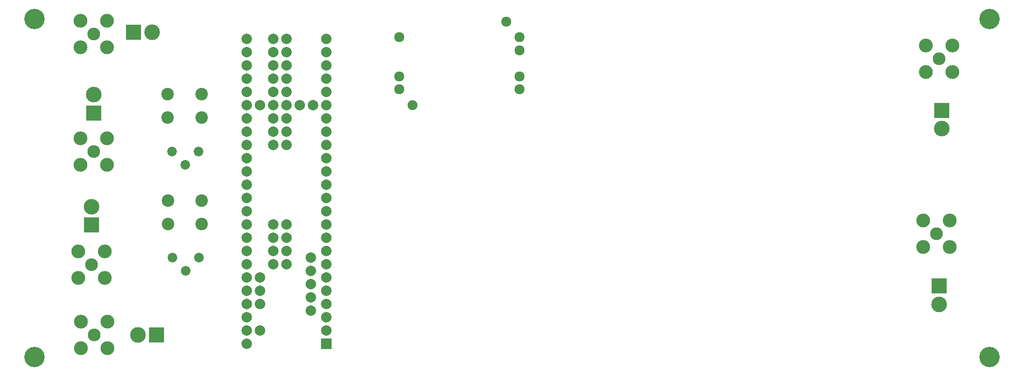
<source format=gbs>
G04 #@! TF.GenerationSoftware,KiCad,Pcbnew,5.0.0-fee4fd1~66~ubuntu18.04.1*
G04 #@! TF.CreationDate,2018-10-15T20:56:38+03:00*
G04 #@! TF.ProjectId,microstim,6D6963726F7374696D2E6B696361645F,rev?*
G04 #@! TF.SameCoordinates,Original*
G04 #@! TF.FileFunction,Soldermask,Bot*
G04 #@! TF.FilePolarity,Negative*
%FSLAX46Y46*%
G04 Gerber Fmt 4.6, Leading zero omitted, Abs format (unit mm)*
G04 Created by KiCad (PCBNEW 5.0.0-fee4fd1~66~ubuntu18.04.1) date Mon Oct 15 20:56:38 2018*
%MOMM*%
%LPD*%
G01*
G04 APERTURE LIST*
%ADD10C,2.450000*%
%ADD11C,2.650000*%
%ADD12C,3.000000*%
%ADD13R,3.000000X3.000000*%
%ADD14C,1.840000*%
%ADD15C,2.400000*%
%ADD16C,2.000000*%
%ADD17R,2.000000X2.000000*%
%ADD18C,1.924000*%
%ADD19C,1.900000*%
%ADD20C,3.900000*%
G04 APERTURE END LIST*
D10*
G04 #@! TO.C,J1*
X77394776Y-29604504D03*
D11*
X79934776Y-32144504D03*
X79934776Y-27064504D03*
X74854776Y-27064504D03*
X74854776Y-32144504D03*
G04 #@! TD*
G04 #@! TO.C,J2*
X79515000Y-76322112D03*
X74435000Y-76322112D03*
X74435000Y-71242112D03*
X79515000Y-71242112D03*
D10*
X76975000Y-73782112D03*
G04 #@! TD*
D12*
G04 #@! TO.C,J3*
X88514776Y-29223504D03*
D13*
X85014776Y-29223504D03*
G04 #@! TD*
D12*
G04 #@! TO.C,J4*
X76975000Y-62662112D03*
D13*
X76975000Y-66162112D03*
G04 #@! TD*
D10*
G04 #@! TO.C,J5*
X77470000Y-87249000D03*
D11*
X74930000Y-84709000D03*
X74930000Y-89789000D03*
X80010000Y-89789000D03*
X80010000Y-84709000D03*
G04 #@! TD*
G04 #@! TO.C,J6*
X79883000Y-54610000D03*
X74803000Y-54610000D03*
X74803000Y-49530000D03*
X79883000Y-49530000D03*
D10*
X77343000Y-52070000D03*
G04 #@! TD*
D13*
G04 #@! TO.C,J7*
X89352000Y-87249000D03*
D12*
X85852000Y-87249000D03*
G04 #@! TD*
D13*
G04 #@! TO.C,J8*
X77343000Y-44704000D03*
D12*
X77343000Y-41204000D03*
G04 #@! TD*
D13*
G04 #@! TO.C,J9*
X239776000Y-44196000D03*
D12*
X239776000Y-47696000D03*
G04 #@! TD*
D10*
G04 #@! TO.C,J10*
X239268000Y-34290000D03*
D11*
X241808000Y-36830000D03*
X241808000Y-31750000D03*
X236728000Y-31750000D03*
X236728000Y-36830000D03*
G04 #@! TD*
G04 #@! TO.C,J12*
X236220000Y-70358000D03*
X236220000Y-65278000D03*
X241300000Y-65278000D03*
X241300000Y-70358000D03*
D10*
X238760000Y-67818000D03*
G04 #@! TD*
D14*
G04 #@! TO.C,RV1*
X97536000Y-72390000D03*
X94996000Y-74930000D03*
X92456000Y-72390000D03*
G04 #@! TD*
D15*
G04 #@! TO.C,SW1*
X91544000Y-45593000D03*
X91544000Y-41093000D03*
X98044000Y-45593000D03*
X98044000Y-41093000D03*
G04 #@! TD*
G04 #@! TO.C,SW2*
X98067000Y-61468000D03*
X98067000Y-65968000D03*
X91567000Y-61468000D03*
X91567000Y-65968000D03*
G04 #@! TD*
D16*
G04 #@! TO.C,U1*
X121920000Y-48260000D03*
X121920000Y-45720000D03*
X121920000Y-43180000D03*
X121920000Y-40640000D03*
X121920000Y-50800000D03*
X121920000Y-53340000D03*
X121920000Y-55880000D03*
X121920000Y-38100000D03*
X121920000Y-35560000D03*
X121920000Y-33020000D03*
X121920000Y-30480000D03*
X119380000Y-43180000D03*
X116840000Y-43180000D03*
X114300000Y-43180000D03*
X111760000Y-43180000D03*
X109220000Y-43180000D03*
X106680000Y-30480000D03*
X106680000Y-33020000D03*
X106680000Y-35560000D03*
X106680000Y-38100000D03*
X106680000Y-40640000D03*
X106680000Y-43180000D03*
X106680000Y-45720000D03*
X106680000Y-48260000D03*
X121920000Y-58420000D03*
X121920000Y-60960000D03*
X121920000Y-63500000D03*
X121920000Y-66040000D03*
X121920000Y-68580000D03*
X121920000Y-71120000D03*
X121920000Y-73660000D03*
X121920000Y-76200000D03*
X121920000Y-78740000D03*
X121920000Y-81280000D03*
X121920000Y-83820000D03*
X121920000Y-86360000D03*
D17*
X121920000Y-88900000D03*
D16*
X106680000Y-50800000D03*
X106680000Y-53340000D03*
X106680000Y-55880000D03*
X106680000Y-58420000D03*
X106680000Y-60960000D03*
X106680000Y-63500000D03*
X106680000Y-66040000D03*
X106680000Y-68580000D03*
X106680000Y-71120000D03*
X106680000Y-73660000D03*
X106680000Y-76200000D03*
X106680000Y-78740000D03*
X106680000Y-81280000D03*
X106680000Y-83820000D03*
X106680000Y-86360000D03*
X106680000Y-88900000D03*
X109220000Y-86360000D03*
X109220000Y-81280000D03*
X109220000Y-78740000D03*
X109220000Y-76200000D03*
X114300000Y-73660000D03*
X114300000Y-71120000D03*
X114300000Y-68580000D03*
X114300000Y-66040000D03*
X114300000Y-50800000D03*
X114300000Y-48260000D03*
X114300000Y-45720000D03*
X114300000Y-40640000D03*
X114300000Y-38100000D03*
X114300000Y-35560000D03*
X114300000Y-33020000D03*
X114300000Y-30480000D03*
X111760000Y-30480000D03*
X111760000Y-33020000D03*
X111760000Y-35560000D03*
X111760000Y-38100000D03*
X111760000Y-40640000D03*
X111760000Y-45720000D03*
X111760000Y-48260000D03*
X111760000Y-50800000D03*
X111760000Y-66040000D03*
X111760000Y-68580000D03*
X111760000Y-71120000D03*
X111760000Y-73660000D03*
X118920000Y-82550000D03*
X118920000Y-80010000D03*
X118920000Y-77470000D03*
X118920000Y-74930000D03*
X118920000Y-72390000D03*
G04 #@! TD*
D18*
G04 #@! TO.C,U2*
X135890000Y-40180000D03*
X135890000Y-37680000D03*
X135890000Y-30180000D03*
D19*
X138390000Y-43180000D03*
D18*
X156390000Y-27180000D03*
X158890000Y-30180000D03*
X158890000Y-32680000D03*
X158890000Y-37680000D03*
X158890000Y-40180000D03*
G04 #@! TD*
D14*
G04 #@! TO.C,RV4*
X97409000Y-52070000D03*
X94869000Y-54610000D03*
X92329000Y-52070000D03*
G04 #@! TD*
D13*
G04 #@! TO.C,J11*
X239268000Y-77851000D03*
D12*
X239268000Y-81351000D03*
G04 #@! TD*
D20*
G04 #@! TO.C,REF\002A\002A*
X248920000Y-91440000D03*
G04 #@! TD*
G04 #@! TO.C,REF\002A\002A*
X248920000Y-26670000D03*
G04 #@! TD*
G04 #@! TO.C,REF\002A\002A*
X66040000Y-26670000D03*
G04 #@! TD*
G04 #@! TO.C,REF\002A\002A*
X66040000Y-91440000D03*
G04 #@! TD*
M02*

</source>
